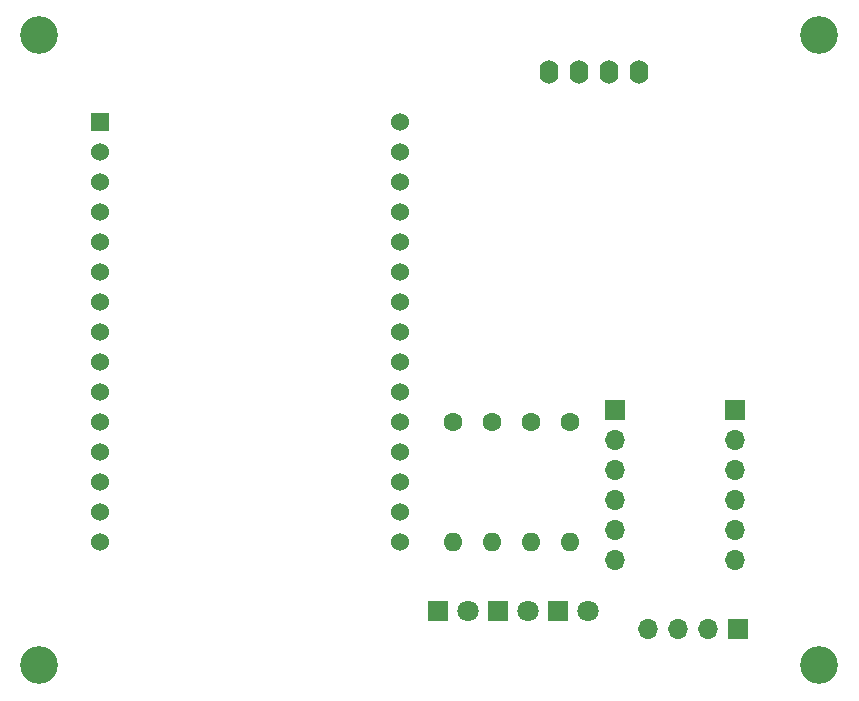
<source format=gbr>
%TF.GenerationSoftware,KiCad,Pcbnew,(6.0.0-0)*%
%TF.CreationDate,2022-01-15T15:50:32+00:00*%
%TF.ProjectId,uTracer_board,75547261-6365-4725-9f62-6f6172642e6b,rev?*%
%TF.SameCoordinates,Original*%
%TF.FileFunction,Soldermask,Top*%
%TF.FilePolarity,Negative*%
%FSLAX46Y46*%
G04 Gerber Fmt 4.6, Leading zero omitted, Abs format (unit mm)*
G04 Created by KiCad (PCBNEW (6.0.0-0)) date 2022-01-15 15:50:32*
%MOMM*%
%LPD*%
G01*
G04 APERTURE LIST*
%ADD10R,1.800000X1.800000*%
%ADD11C,1.800000*%
%ADD12C,1.600000*%
%ADD13O,1.600000X1.600000*%
%ADD14R,1.524000X1.524000*%
%ADD15C,1.524000*%
%ADD16R,1.700000X1.700000*%
%ADD17O,1.700000X1.700000*%
%ADD18O,1.600000X2.000000*%
%ADD19C,3.200000*%
G04 APERTURE END LIST*
D10*
%TO.C,D1*%
X127762000Y-122428000D03*
D11*
X130302000Y-122428000D03*
%TD*%
D12*
%TO.C,R2*%
X127254000Y-106426000D03*
D13*
X127254000Y-116586000D03*
%TD*%
D12*
%TO.C,R4*%
X130556000Y-106426000D03*
D13*
X130556000Y-116586000D03*
%TD*%
D14*
%TO.C,U1*%
X94070001Y-81030001D03*
D15*
X94070001Y-83570001D03*
X94070001Y-86110001D03*
X94070001Y-88650001D03*
X94070001Y-91190001D03*
X94070001Y-93730001D03*
X94070001Y-96270001D03*
X94070001Y-98810001D03*
X94070001Y-101350001D03*
X94070001Y-103890001D03*
X94070001Y-106430001D03*
X94070001Y-108970001D03*
X94070001Y-111510001D03*
X94070001Y-114050001D03*
X94070001Y-116590001D03*
X119470001Y-116590001D03*
X119470001Y-114050001D03*
X119470001Y-111510001D03*
X119470001Y-108970001D03*
X119470001Y-106430001D03*
X119470001Y-103890001D03*
X119470001Y-101350001D03*
X119470001Y-98810001D03*
X119470001Y-96270001D03*
X119470001Y-93730001D03*
X119470001Y-91190001D03*
X119470001Y-88650001D03*
X119470001Y-86110001D03*
X119470001Y-83570001D03*
X119470001Y-81030001D03*
%TD*%
D12*
%TO.C,R3*%
X123952000Y-106426000D03*
D13*
X123952000Y-116586000D03*
%TD*%
D12*
%TO.C,R1*%
X133858000Y-106426000D03*
D13*
X133858000Y-116586000D03*
%TD*%
D10*
%TO.C,D3*%
X132842000Y-122428000D03*
D11*
X135382000Y-122428000D03*
%TD*%
D10*
%TO.C,D2*%
X122682000Y-122428000D03*
D11*
X125222000Y-122428000D03*
%TD*%
D16*
%TO.C,J2*%
X137668000Y-105410000D03*
D17*
X137668000Y-107950000D03*
X137668000Y-110490000D03*
X137668000Y-113030000D03*
X137668000Y-115570000D03*
X137668000Y-118110000D03*
%TD*%
D16*
%TO.C,J3*%
X147828000Y-105410000D03*
D17*
X147828000Y-107950000D03*
X147828000Y-110490000D03*
X147828000Y-113030000D03*
X147828000Y-115570000D03*
X147828000Y-118110000D03*
%TD*%
D16*
%TO.C,J4*%
X148082000Y-123952000D03*
D17*
X145542000Y-123952000D03*
X143002000Y-123952000D03*
X140462000Y-123952000D03*
%TD*%
D18*
%TO.C,Brd1*%
X132016000Y-76776000D03*
X134556000Y-76776000D03*
X137096000Y-76776000D03*
X139636000Y-76776000D03*
%TD*%
D19*
%TO.C,H2*%
X88900000Y-127000000D03*
%TD*%
%TO.C,H1*%
X88900000Y-73660000D03*
%TD*%
%TO.C,H3*%
X154940000Y-73660000D03*
%TD*%
%TO.C,H4*%
X154940000Y-127000000D03*
%TD*%
M02*

</source>
